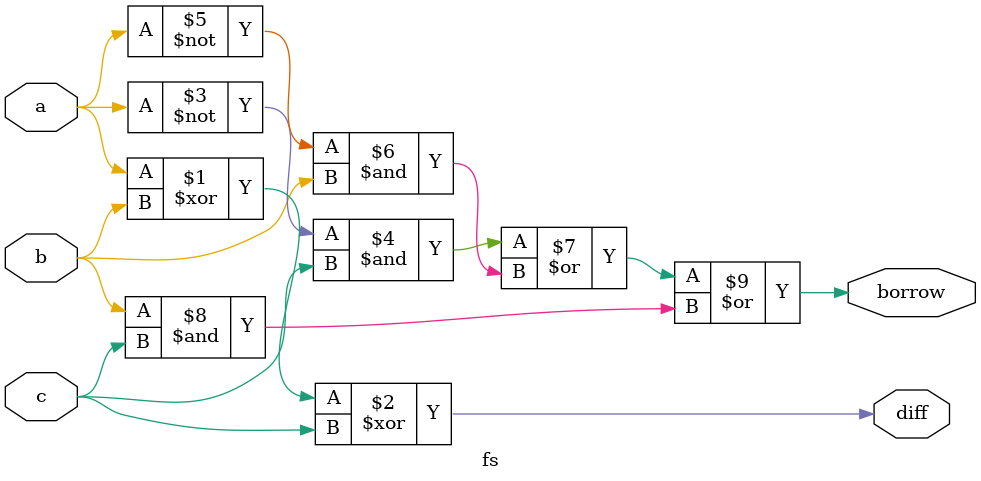
<source format=v>
module fs(a,b,c,diff,borrow);
input a,b,c;
output diff,borrow;
assign diff=a^b^c;
assign borrow=((~a)&c)|((~a)&b)|(b&c);
endmodule

</source>
